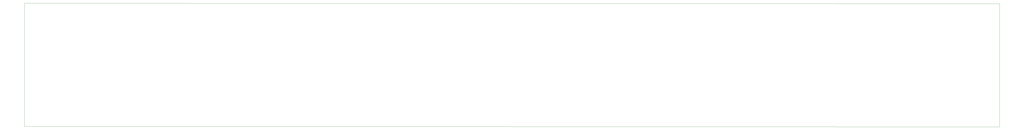
<source format=gbr>
%TF.GenerationSoftware,KiCad,Pcbnew,(5.1.8)-1*%
%TF.CreationDate,2021-03-15T17:42:39+02:00*%
%TF.ProjectId,guitar_first,67756974-6172-45f6-9669-7273742e6b69,rev?*%
%TF.SameCoordinates,Original*%
%TF.FileFunction,Profile,NP*%
%FSLAX46Y46*%
G04 Gerber Fmt 4.6, Leading zero omitted, Abs format (unit mm)*
G04 Created by KiCad (PCBNEW (5.1.8)-1) date 2021-03-15 17:42:39*
%MOMM*%
%LPD*%
G01*
G04 APERTURE LIST*
%TA.AperFunction,Profile*%
%ADD10C,0.050000*%
%TD*%
G04 APERTURE END LIST*
D10*
X0Y-203250000D02*
X0Y-204500000D01*
X446250000Y-203500000D02*
X0Y-203250000D01*
X0Y-260000000D02*
X0Y-259500000D01*
X446250000Y-260250000D02*
X446250000Y-259750000D01*
X0Y-259500000D02*
X0Y-204500000D01*
X446250000Y-260250000D02*
X0Y-260000000D01*
X446250000Y-203500000D02*
X446250000Y-259750000D01*
M02*

</source>
